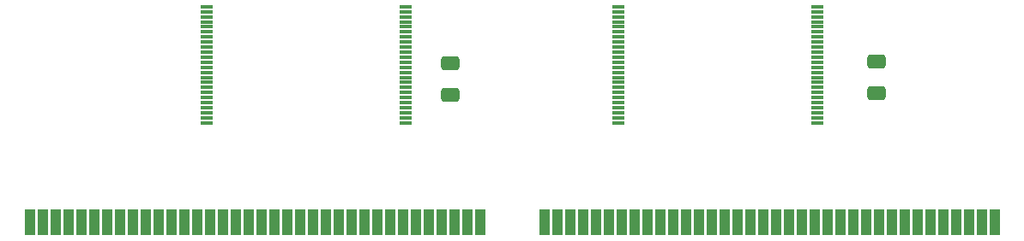
<source format=gtp>
G04 #@! TF.GenerationSoftware,KiCad,Pcbnew,7.0.9*
G04 #@! TF.CreationDate,2024-01-22T22:35:46+01:00*
G04 #@! TF.ProjectId,simm72,73696d6d-3732-42e6-9b69-6361645f7063,A*
G04 #@! TF.SameCoordinates,Original*
G04 #@! TF.FileFunction,Paste,Top*
G04 #@! TF.FilePolarity,Positive*
%FSLAX46Y46*%
G04 Gerber Fmt 4.6, Leading zero omitted, Abs format (unit mm)*
G04 Created by KiCad (PCBNEW 7.0.9) date 2024-01-22 22:35:46*
%MOMM*%
%LPD*%
G01*
G04 APERTURE LIST*
G04 Aperture macros list*
%AMRoundRect*
0 Rectangle with rounded corners*
0 $1 Rounding radius*
0 $2 $3 $4 $5 $6 $7 $8 $9 X,Y pos of 4 corners*
0 Add a 4 corners polygon primitive as box body*
4,1,4,$2,$3,$4,$5,$6,$7,$8,$9,$2,$3,0*
0 Add four circle primitives for the rounded corners*
1,1,$1+$1,$2,$3*
1,1,$1+$1,$4,$5*
1,1,$1+$1,$6,$7*
1,1,$1+$1,$8,$9*
0 Add four rect primitives between the rounded corners*
20,1,$1+$1,$2,$3,$4,$5,0*
20,1,$1+$1,$4,$5,$6,$7,0*
20,1,$1+$1,$6,$7,$8,$9,0*
20,1,$1+$1,$8,$9,$2,$3,0*%
G04 Aperture macros list end*
%ADD10R,1.040000X2.540000*%
%ADD11R,1.300000X0.300000*%
%ADD12RoundRect,0.250000X-0.650000X0.412500X-0.650000X-0.412500X0.650000X-0.412500X0.650000X0.412500X0*%
G04 APERTURE END LIST*
D10*
X57375000Y-113921000D03*
X58645000Y-113921000D03*
X59915000Y-113921000D03*
X61185000Y-113921000D03*
X62455000Y-113921000D03*
X63725000Y-113921000D03*
X64995000Y-113921000D03*
X66265000Y-113921000D03*
X67535000Y-113921000D03*
X68805000Y-113921000D03*
X70075000Y-113921000D03*
X71345000Y-113921000D03*
X72615000Y-113921000D03*
X73885000Y-113921000D03*
X75155000Y-113921000D03*
X76425000Y-113921000D03*
X77695000Y-113921000D03*
X78965000Y-113921000D03*
X80235000Y-113921000D03*
X81505000Y-113921000D03*
X82775000Y-113921000D03*
X84045000Y-113921000D03*
X85315000Y-113921000D03*
X86585000Y-113921000D03*
X87855000Y-113921000D03*
X89125000Y-113921000D03*
X90395000Y-113921000D03*
X91665000Y-113921000D03*
X92935000Y-113921000D03*
X94205000Y-113921000D03*
X95475000Y-113921000D03*
X96745000Y-113921000D03*
X98015000Y-113921000D03*
X99285000Y-113921000D03*
X100555000Y-113921000D03*
X101825000Y-113921000D03*
X108175000Y-113921000D03*
X109445000Y-113921000D03*
X110715000Y-113921000D03*
X111985000Y-113921000D03*
X113255000Y-113921000D03*
X114525000Y-113921000D03*
X115795000Y-113921000D03*
X117065000Y-113921000D03*
X118335000Y-113921000D03*
X119605000Y-113921000D03*
X120875000Y-113921000D03*
X122145000Y-113921000D03*
X123415000Y-113921000D03*
X124685000Y-113921000D03*
X125955000Y-113921000D03*
X127225000Y-113921000D03*
X128495000Y-113921000D03*
X129765000Y-113921000D03*
X131035000Y-113921000D03*
X132305000Y-113921000D03*
X133575000Y-113921000D03*
X134845000Y-113921000D03*
X136115000Y-113921000D03*
X137385000Y-113921000D03*
X138655000Y-113921000D03*
X139925000Y-113921000D03*
X141195000Y-113921000D03*
X142465000Y-113921000D03*
X143735000Y-113921000D03*
X145005000Y-113921000D03*
X146275000Y-113921000D03*
X147545000Y-113921000D03*
X148815000Y-113921000D03*
X150085000Y-113921000D03*
X151355000Y-113921000D03*
X152625000Y-113921000D03*
D11*
X74830000Y-92550000D03*
X74830000Y-93050000D03*
X74830000Y-93550000D03*
X74830000Y-94050000D03*
X74830000Y-94550000D03*
X74830000Y-95050000D03*
X74830000Y-95550000D03*
X74830000Y-96050000D03*
X74830000Y-96550000D03*
X74830000Y-97050000D03*
X74830000Y-97550000D03*
X74830000Y-98050000D03*
X74830000Y-98550000D03*
X74830000Y-99050000D03*
X74830000Y-99550000D03*
X74830000Y-100050000D03*
X74830000Y-100550000D03*
X74830000Y-101050000D03*
X74830000Y-101550000D03*
X74830000Y-102050000D03*
X74830000Y-102550000D03*
X74830000Y-103050000D03*
X74830000Y-103550000D03*
X74830000Y-104050000D03*
X94530000Y-104050000D03*
X94530000Y-103550000D03*
X94530000Y-103050000D03*
X94530000Y-102550000D03*
X94530000Y-102050000D03*
X94530000Y-101550000D03*
X94530000Y-101050000D03*
X94530000Y-100550000D03*
X94530000Y-100050000D03*
X94530000Y-99550000D03*
X94530000Y-99050000D03*
X94530000Y-98550000D03*
X94530000Y-98050000D03*
X94530000Y-97550000D03*
X94530000Y-97050000D03*
X94530000Y-96550000D03*
X94530000Y-96050000D03*
X94530000Y-95550000D03*
X94530000Y-95050000D03*
X94530000Y-94550000D03*
X94530000Y-94050000D03*
X94530000Y-93550000D03*
X94530000Y-93050000D03*
X94530000Y-92550000D03*
D12*
X140941000Y-98007500D03*
X140941000Y-101132500D03*
D11*
X115470000Y-92550000D03*
X115470000Y-93050000D03*
X115470000Y-93550000D03*
X115470000Y-94050000D03*
X115470000Y-94550000D03*
X115470000Y-95050000D03*
X115470000Y-95550000D03*
X115470000Y-96050000D03*
X115470000Y-96550000D03*
X115470000Y-97050000D03*
X115470000Y-97550000D03*
X115470000Y-98050000D03*
X115470000Y-98550000D03*
X115470000Y-99050000D03*
X115470000Y-99550000D03*
X115470000Y-100050000D03*
X115470000Y-100550000D03*
X115470000Y-101050000D03*
X115470000Y-101550000D03*
X115470000Y-102050000D03*
X115470000Y-102550000D03*
X115470000Y-103050000D03*
X115470000Y-103550000D03*
X115470000Y-104050000D03*
X135170000Y-104050000D03*
X135170000Y-103550000D03*
X135170000Y-103050000D03*
X135170000Y-102550000D03*
X135170000Y-102050000D03*
X135170000Y-101550000D03*
X135170000Y-101050000D03*
X135170000Y-100550000D03*
X135170000Y-100050000D03*
X135170000Y-99550000D03*
X135170000Y-99050000D03*
X135170000Y-98550000D03*
X135170000Y-98050000D03*
X135170000Y-97550000D03*
X135170000Y-97050000D03*
X135170000Y-96550000D03*
X135170000Y-96050000D03*
X135170000Y-95550000D03*
X135170000Y-95050000D03*
X135170000Y-94550000D03*
X135170000Y-94050000D03*
X135170000Y-93550000D03*
X135170000Y-93050000D03*
X135170000Y-92550000D03*
D12*
X98904000Y-98134500D03*
X98904000Y-101259500D03*
M02*

</source>
